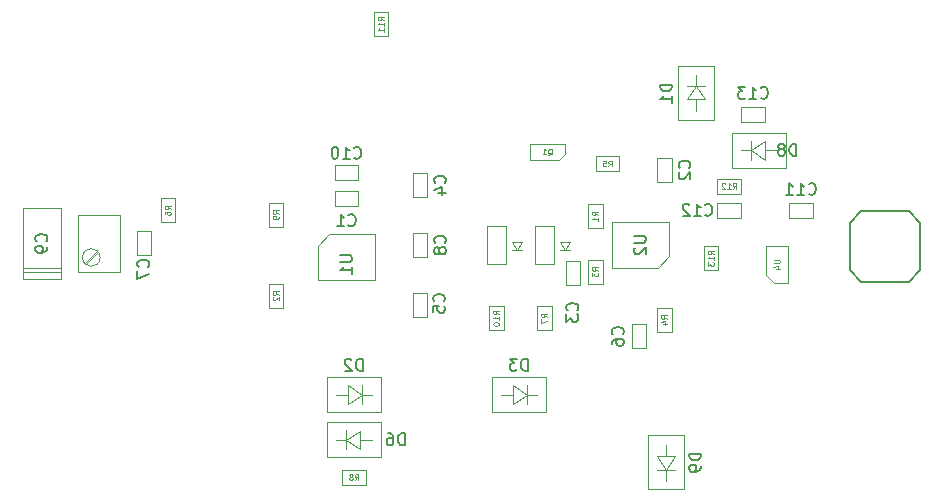
<source format=gbr>
G04 #@! TF.FileFunction,Other,Fab,Bot*
%FSLAX46Y46*%
G04 Gerber Fmt 4.6, Leading zero omitted, Abs format (unit mm)*
G04 Created by KiCad (PCBNEW 4.0.5) date 12/26/17 19:06:58*
%MOMM*%
%LPD*%
G01*
G04 APERTURE LIST*
%ADD10C,0.100000*%
%ADD11C,0.150000*%
%ADD12C,0.075000*%
G04 APERTURE END LIST*
D10*
X146035000Y-88408000D02*
X144795000Y-88408000D01*
X146035000Y-90408000D02*
X146035000Y-88408000D01*
X144795000Y-90408000D02*
X146035000Y-90408000D01*
X144795000Y-88408000D02*
X144795000Y-90408000D01*
X127366000Y-79645000D02*
X126126000Y-79645000D01*
X127366000Y-81645000D02*
X127366000Y-79645000D01*
X126126000Y-81645000D02*
X127366000Y-81645000D01*
X126126000Y-79645000D02*
X126126000Y-81645000D01*
X132350000Y-102250000D02*
X132350000Y-103490000D01*
X134350000Y-102250000D02*
X132350000Y-102250000D01*
X134350000Y-103490000D02*
X134350000Y-102250000D01*
X132350000Y-103490000D02*
X134350000Y-103490000D01*
X150099000Y-88408000D02*
X148859000Y-88408000D01*
X150099000Y-90408000D02*
X150099000Y-88408000D01*
X148859000Y-90408000D02*
X150099000Y-90408000D01*
X148859000Y-88408000D02*
X148859000Y-90408000D01*
X116982000Y-81264000D02*
X118222000Y-81264000D01*
X116982000Y-79264000D02*
X116982000Y-81264000D01*
X118222000Y-79264000D02*
X116982000Y-79264000D01*
X118222000Y-81264000D02*
X118222000Y-79264000D01*
X153813000Y-75707000D02*
X153813000Y-76947000D01*
X155813000Y-75707000D02*
X153813000Y-75707000D01*
X155813000Y-76947000D02*
X155813000Y-75707000D01*
X153813000Y-76947000D02*
X155813000Y-76947000D01*
X160259000Y-88535000D02*
X159019000Y-88535000D01*
X160259000Y-90535000D02*
X160259000Y-88535000D01*
X159019000Y-90535000D02*
X160259000Y-90535000D01*
X159019000Y-88535000D02*
X159019000Y-90535000D01*
X153177000Y-86471000D02*
X154417000Y-86471000D01*
X153177000Y-84471000D02*
X153177000Y-86471000D01*
X154417000Y-84471000D02*
X153177000Y-84471000D01*
X154417000Y-86471000D02*
X154417000Y-84471000D01*
X127366000Y-86503000D02*
X126126000Y-86503000D01*
X127366000Y-88503000D02*
X127366000Y-86503000D01*
X126126000Y-88503000D02*
X127366000Y-88503000D01*
X126126000Y-86503000D02*
X126126000Y-88503000D01*
X153177000Y-81772000D02*
X154417000Y-81772000D01*
X153177000Y-79772000D02*
X153177000Y-81772000D01*
X154417000Y-79772000D02*
X153177000Y-79772000D01*
X154417000Y-81772000D02*
X154417000Y-79772000D01*
X131715000Y-76469000D02*
X131715000Y-77709000D01*
X133715000Y-76469000D02*
X131715000Y-76469000D01*
X133715000Y-77709000D02*
X133715000Y-76469000D01*
X131715000Y-77709000D02*
X133715000Y-77709000D01*
X138318000Y-84185000D02*
X139558000Y-84185000D01*
X138318000Y-82185000D02*
X138318000Y-84185000D01*
X139558000Y-82185000D02*
X138318000Y-82185000D01*
X139558000Y-84185000D02*
X139558000Y-82185000D01*
X108534000Y-86058000D02*
X105334000Y-86058000D01*
X105334000Y-86058000D02*
X105334000Y-80058000D01*
X105334000Y-80058000D02*
X108534000Y-80058000D01*
X108534000Y-80058000D02*
X108534000Y-86058000D01*
X108534000Y-85458000D02*
X105334000Y-85458000D01*
X108534000Y-85158000D02*
X105334000Y-85158000D01*
X114950000Y-84058000D02*
X116190000Y-84058000D01*
X114950000Y-82058000D02*
X114950000Y-84058000D01*
X116190000Y-82058000D02*
X114950000Y-82058000D01*
X116190000Y-84058000D02*
X116190000Y-82058000D01*
X158100000Y-89932000D02*
X156860000Y-89932000D01*
X158100000Y-91932000D02*
X158100000Y-89932000D01*
X156860000Y-91932000D02*
X158100000Y-91932000D01*
X156860000Y-89932000D02*
X156860000Y-91932000D01*
X139558000Y-87265000D02*
X138318000Y-87265000D01*
X139558000Y-89265000D02*
X139558000Y-87265000D01*
X138318000Y-89265000D02*
X139558000Y-89265000D01*
X138318000Y-87265000D02*
X138318000Y-89265000D01*
X138318000Y-79105000D02*
X139558000Y-79105000D01*
X138318000Y-77105000D02*
X138318000Y-79105000D01*
X139558000Y-77105000D02*
X138318000Y-77105000D01*
X139558000Y-79105000D02*
X139558000Y-77105000D01*
X151272000Y-86598000D02*
X152512000Y-86598000D01*
X151272000Y-84598000D02*
X151272000Y-86598000D01*
X152512000Y-84598000D02*
X151272000Y-84598000D01*
X152512000Y-86598000D02*
X152512000Y-84598000D01*
X159019000Y-77835000D02*
X160259000Y-77835000D01*
X159019000Y-75835000D02*
X159019000Y-77835000D01*
X160259000Y-75835000D02*
X159019000Y-75835000D01*
X160259000Y-77835000D02*
X160259000Y-75835000D01*
X131715000Y-78628000D02*
X131715000Y-79868000D01*
X133715000Y-78628000D02*
X131715000Y-78628000D01*
X133715000Y-79868000D02*
X133715000Y-78628000D01*
X131715000Y-79868000D02*
X133715000Y-79868000D01*
X160057000Y-84135000D02*
X160057000Y-81235000D01*
X160057000Y-81235000D02*
X155157000Y-81235000D01*
X155157000Y-81235000D02*
X155157000Y-85135000D01*
X155157000Y-85135000D02*
X159057000Y-85135000D01*
X159057000Y-85135000D02*
X160057000Y-84135000D01*
X150683000Y-76011000D02*
X148233000Y-76011000D01*
X151253000Y-75461000D02*
X151253000Y-74611000D01*
X150683000Y-76011000D02*
X151253000Y-75461000D01*
X151253000Y-74611000D02*
X148213000Y-74611000D01*
X148213000Y-76011000D02*
X148213000Y-74611000D01*
X145020000Y-97385000D02*
X149620000Y-97385000D01*
X149620000Y-97385000D02*
X149620000Y-94385000D01*
X145020000Y-94385000D02*
X145020000Y-97385000D01*
X145020000Y-94385000D02*
X149620000Y-94385000D01*
X147969440Y-95886020D02*
X148871140Y-95886020D01*
X146818820Y-95886020D02*
X145820600Y-95886020D01*
X147969440Y-95085920D02*
X147969440Y-96686120D01*
X146818820Y-96635320D02*
X146818820Y-95085920D01*
X147969440Y-95886020D02*
X146818820Y-96635320D01*
X147969440Y-95886020D02*
X146818820Y-95085920D01*
X130265000Y-83251000D02*
X130265000Y-86151000D01*
X130265000Y-86151000D02*
X135165000Y-86151000D01*
X135165000Y-86151000D02*
X135165000Y-82251000D01*
X135165000Y-82251000D02*
X131265000Y-82251000D01*
X131265000Y-82251000D02*
X130265000Y-83251000D01*
X113510000Y-85458000D02*
X110010000Y-85458000D01*
X110010000Y-85458000D02*
X110010000Y-80658000D01*
X110010000Y-80658000D02*
X113510000Y-80658000D01*
X113510000Y-80658000D02*
X113510000Y-85458000D01*
X111590000Y-83688000D02*
X110540000Y-84738000D01*
X111680000Y-83778000D02*
X110630000Y-84828000D01*
X111860000Y-84258000D02*
G75*
G03X111860000Y-84258000I-750000J0D01*
G01*
X135650000Y-98195000D02*
X131050000Y-98195000D01*
X131050000Y-98195000D02*
X131050000Y-101195000D01*
X135650000Y-101195000D02*
X135650000Y-98195000D01*
X135650000Y-101195000D02*
X131050000Y-101195000D01*
X132700560Y-99693980D02*
X131798860Y-99693980D01*
X133851180Y-99693980D02*
X134849400Y-99693980D01*
X132700560Y-100494080D02*
X132700560Y-98893880D01*
X133851180Y-98944680D02*
X133851180Y-100494080D01*
X132700560Y-99693980D02*
X133851180Y-98944680D01*
X132700560Y-99693980D02*
X133851180Y-100494080D01*
X131050000Y-97385000D02*
X135650000Y-97385000D01*
X135650000Y-97385000D02*
X135650000Y-94385000D01*
X131050000Y-94385000D02*
X131050000Y-97385000D01*
X131050000Y-94385000D02*
X135650000Y-94385000D01*
X133999440Y-95886020D02*
X134901140Y-95886020D01*
X132848820Y-95886020D02*
X131850600Y-95886020D01*
X133999440Y-95085920D02*
X133999440Y-96686120D01*
X132848820Y-96635320D02*
X132848820Y-95085920D01*
X133999440Y-95886020D02*
X132848820Y-96635320D01*
X133999440Y-95886020D02*
X132848820Y-95085920D01*
X163806000Y-72658000D02*
X163806000Y-68058000D01*
X163806000Y-68058000D02*
X160806000Y-68058000D01*
X160806000Y-72658000D02*
X163806000Y-72658000D01*
X160806000Y-72658000D02*
X160806000Y-68058000D01*
X162307020Y-69708560D02*
X162307020Y-68806860D01*
X162307020Y-70859180D02*
X162307020Y-71857400D01*
X161506920Y-69708560D02*
X163107120Y-69708560D01*
X163056320Y-70859180D02*
X161506920Y-70859180D01*
X162307020Y-69708560D02*
X163056320Y-70859180D01*
X162307020Y-69708560D02*
X161506920Y-70859180D01*
X147165000Y-83585000D02*
X147565000Y-82985000D01*
X147565000Y-82985000D02*
X146765000Y-82985000D01*
X146765000Y-82985000D02*
X147165000Y-83585000D01*
X147565000Y-83635000D02*
X146765000Y-83635000D01*
X144615000Y-84785000D02*
X146215000Y-84785000D01*
X144615000Y-81585000D02*
X144615000Y-84785000D01*
X146215000Y-81585000D02*
X144615000Y-81585000D01*
X146215000Y-84785000D02*
X146215000Y-81585000D01*
X151229000Y-83585000D02*
X151629000Y-82985000D01*
X151629000Y-82985000D02*
X150829000Y-82985000D01*
X150829000Y-82985000D02*
X151229000Y-83585000D01*
X151629000Y-83635000D02*
X150829000Y-83635000D01*
X148679000Y-84785000D02*
X150279000Y-84785000D01*
X148679000Y-81585000D02*
X148679000Y-84785000D01*
X150279000Y-81585000D02*
X148679000Y-81585000D01*
X150279000Y-84785000D02*
X150279000Y-81585000D01*
X172196000Y-80884000D02*
X172196000Y-79644000D01*
X170196000Y-80884000D02*
X172196000Y-80884000D01*
X170196000Y-79644000D02*
X170196000Y-80884000D01*
X172196000Y-79644000D02*
X170196000Y-79644000D01*
X166100000Y-80884000D02*
X166100000Y-79644000D01*
X164100000Y-80884000D02*
X166100000Y-80884000D01*
X164100000Y-79644000D02*
X164100000Y-80884000D01*
X166100000Y-79644000D02*
X164100000Y-79644000D01*
X166132000Y-71516000D02*
X166132000Y-72756000D01*
X168132000Y-71516000D02*
X166132000Y-71516000D01*
X168132000Y-72756000D02*
X168132000Y-71516000D01*
X166132000Y-72756000D02*
X168132000Y-72756000D01*
X169940000Y-73684000D02*
X165340000Y-73684000D01*
X165340000Y-73684000D02*
X165340000Y-76684000D01*
X169940000Y-76684000D02*
X169940000Y-73684000D01*
X169940000Y-76684000D02*
X165340000Y-76684000D01*
X166990560Y-75182980D02*
X166088860Y-75182980D01*
X168141180Y-75182980D02*
X169139400Y-75182980D01*
X166990560Y-75983080D02*
X166990560Y-74382880D01*
X168141180Y-74433680D02*
X168141180Y-75983080D01*
X166990560Y-75182980D02*
X168141180Y-74433680D01*
X166990560Y-75182980D02*
X168141180Y-75983080D01*
D11*
X181308000Y-83312000D02*
X181308000Y-81312000D01*
X181308000Y-81312000D02*
X180308000Y-80312000D01*
X180308000Y-80312000D02*
X178308000Y-80312000D01*
X175308000Y-83312000D02*
X175308000Y-81312000D01*
X175308000Y-81312000D02*
X176308000Y-80312000D01*
X176308000Y-80312000D02*
X178308000Y-80312000D01*
X175308000Y-83312000D02*
X175308000Y-85312000D01*
X175308000Y-85312000D02*
X176308000Y-86312000D01*
X176308000Y-86312000D02*
X178308000Y-86312000D01*
X181308000Y-83312000D02*
X181308000Y-85312000D01*
X181308000Y-85312000D02*
X180308000Y-86312000D01*
X180308000Y-86312000D02*
X178308000Y-86312000D01*
D10*
X135016000Y-65516000D02*
X136256000Y-65516000D01*
X135016000Y-63516000D02*
X135016000Y-65516000D01*
X136256000Y-63516000D02*
X135016000Y-63516000D01*
X136256000Y-65516000D02*
X136256000Y-63516000D01*
X166100000Y-78852000D02*
X166100000Y-77612000D01*
X164100000Y-78852000D02*
X166100000Y-78852000D01*
X164100000Y-77612000D02*
X164100000Y-78852000D01*
X166100000Y-77612000D02*
X164100000Y-77612000D01*
X164196000Y-83328000D02*
X162956000Y-83328000D01*
X164196000Y-85328000D02*
X164196000Y-83328000D01*
X162956000Y-85328000D02*
X164196000Y-85328000D01*
X162956000Y-83328000D02*
X162956000Y-85328000D01*
X168264000Y-85736000D02*
X168914000Y-86386000D01*
X170064000Y-86386000D02*
X168914000Y-86386000D01*
X168264000Y-85736000D02*
X168264000Y-83286000D01*
X170064000Y-83286000D02*
X168264000Y-83286000D01*
X170064000Y-86386000D02*
X170064000Y-83286000D01*
X158266000Y-99300000D02*
X158266000Y-103900000D01*
X158266000Y-103900000D02*
X161266000Y-103900000D01*
X161266000Y-99300000D02*
X158266000Y-99300000D01*
X161266000Y-99300000D02*
X161266000Y-103900000D01*
X159764980Y-102249440D02*
X159764980Y-103151140D01*
X159764980Y-101098820D02*
X159764980Y-100100600D01*
X160565080Y-102249440D02*
X158964880Y-102249440D01*
X159015680Y-101098820D02*
X160565080Y-101098820D01*
X159764980Y-102249440D02*
X159015680Y-101098820D01*
X159764980Y-102249440D02*
X160565080Y-101098820D01*
D12*
X145641190Y-89086572D02*
X145403095Y-88919905D01*
X145641190Y-88800858D02*
X145141190Y-88800858D01*
X145141190Y-88991334D01*
X145165000Y-89038953D01*
X145188810Y-89062762D01*
X145236429Y-89086572D01*
X145307857Y-89086572D01*
X145355476Y-89062762D01*
X145379286Y-89038953D01*
X145403095Y-88991334D01*
X145403095Y-88800858D01*
X145641190Y-89562762D02*
X145641190Y-89277048D01*
X145641190Y-89419905D02*
X145141190Y-89419905D01*
X145212619Y-89372286D01*
X145260238Y-89324667D01*
X145284048Y-89277048D01*
X145141190Y-89872286D02*
X145141190Y-89919905D01*
X145165000Y-89967524D01*
X145188810Y-89991333D01*
X145236429Y-90015143D01*
X145331667Y-90038952D01*
X145450714Y-90038952D01*
X145545952Y-90015143D01*
X145593571Y-89991333D01*
X145617381Y-89967524D01*
X145641190Y-89919905D01*
X145641190Y-89872286D01*
X145617381Y-89824667D01*
X145593571Y-89800857D01*
X145545952Y-89777048D01*
X145450714Y-89753238D01*
X145331667Y-89753238D01*
X145236429Y-89777048D01*
X145188810Y-89800857D01*
X145165000Y-89824667D01*
X145141190Y-89872286D01*
X126972190Y-80561667D02*
X126734095Y-80395000D01*
X126972190Y-80275953D02*
X126472190Y-80275953D01*
X126472190Y-80466429D01*
X126496000Y-80514048D01*
X126519810Y-80537857D01*
X126567429Y-80561667D01*
X126638857Y-80561667D01*
X126686476Y-80537857D01*
X126710286Y-80514048D01*
X126734095Y-80466429D01*
X126734095Y-80275953D01*
X126972190Y-80799762D02*
X126972190Y-80895000D01*
X126948381Y-80942619D01*
X126924571Y-80966429D01*
X126853143Y-81014048D01*
X126757905Y-81037857D01*
X126567429Y-81037857D01*
X126519810Y-81014048D01*
X126496000Y-80990238D01*
X126472190Y-80942619D01*
X126472190Y-80847381D01*
X126496000Y-80799762D01*
X126519810Y-80775953D01*
X126567429Y-80752143D01*
X126686476Y-80752143D01*
X126734095Y-80775953D01*
X126757905Y-80799762D01*
X126781714Y-80847381D01*
X126781714Y-80942619D01*
X126757905Y-80990238D01*
X126734095Y-81014048D01*
X126686476Y-81037857D01*
X133433333Y-103096190D02*
X133600000Y-102858095D01*
X133719047Y-103096190D02*
X133719047Y-102596190D01*
X133528571Y-102596190D01*
X133480952Y-102620000D01*
X133457143Y-102643810D01*
X133433333Y-102691429D01*
X133433333Y-102762857D01*
X133457143Y-102810476D01*
X133480952Y-102834286D01*
X133528571Y-102858095D01*
X133719047Y-102858095D01*
X133147619Y-102810476D02*
X133195238Y-102786667D01*
X133219047Y-102762857D01*
X133242857Y-102715238D01*
X133242857Y-102691429D01*
X133219047Y-102643810D01*
X133195238Y-102620000D01*
X133147619Y-102596190D01*
X133052381Y-102596190D01*
X133004762Y-102620000D01*
X132980952Y-102643810D01*
X132957143Y-102691429D01*
X132957143Y-102715238D01*
X132980952Y-102762857D01*
X133004762Y-102786667D01*
X133052381Y-102810476D01*
X133147619Y-102810476D01*
X133195238Y-102834286D01*
X133219047Y-102858095D01*
X133242857Y-102905714D01*
X133242857Y-103000952D01*
X133219047Y-103048571D01*
X133195238Y-103072381D01*
X133147619Y-103096190D01*
X133052381Y-103096190D01*
X133004762Y-103072381D01*
X132980952Y-103048571D01*
X132957143Y-103000952D01*
X132957143Y-102905714D01*
X132980952Y-102858095D01*
X133004762Y-102834286D01*
X133052381Y-102810476D01*
X149705190Y-89324667D02*
X149467095Y-89158000D01*
X149705190Y-89038953D02*
X149205190Y-89038953D01*
X149205190Y-89229429D01*
X149229000Y-89277048D01*
X149252810Y-89300857D01*
X149300429Y-89324667D01*
X149371857Y-89324667D01*
X149419476Y-89300857D01*
X149443286Y-89277048D01*
X149467095Y-89229429D01*
X149467095Y-89038953D01*
X149205190Y-89491334D02*
X149205190Y-89824667D01*
X149705190Y-89610381D01*
X117828190Y-80180667D02*
X117590095Y-80014000D01*
X117828190Y-79894953D02*
X117328190Y-79894953D01*
X117328190Y-80085429D01*
X117352000Y-80133048D01*
X117375810Y-80156857D01*
X117423429Y-80180667D01*
X117494857Y-80180667D01*
X117542476Y-80156857D01*
X117566286Y-80133048D01*
X117590095Y-80085429D01*
X117590095Y-79894953D01*
X117328190Y-80609238D02*
X117328190Y-80514000D01*
X117352000Y-80466381D01*
X117375810Y-80442572D01*
X117447238Y-80394953D01*
X117542476Y-80371143D01*
X117732952Y-80371143D01*
X117780571Y-80394953D01*
X117804381Y-80418762D01*
X117828190Y-80466381D01*
X117828190Y-80561619D01*
X117804381Y-80609238D01*
X117780571Y-80633048D01*
X117732952Y-80656857D01*
X117613905Y-80656857D01*
X117566286Y-80633048D01*
X117542476Y-80609238D01*
X117518667Y-80561619D01*
X117518667Y-80466381D01*
X117542476Y-80418762D01*
X117566286Y-80394953D01*
X117613905Y-80371143D01*
X154896333Y-76553190D02*
X155063000Y-76315095D01*
X155182047Y-76553190D02*
X155182047Y-76053190D01*
X154991571Y-76053190D01*
X154943952Y-76077000D01*
X154920143Y-76100810D01*
X154896333Y-76148429D01*
X154896333Y-76219857D01*
X154920143Y-76267476D01*
X154943952Y-76291286D01*
X154991571Y-76315095D01*
X155182047Y-76315095D01*
X154443952Y-76053190D02*
X154682047Y-76053190D01*
X154705857Y-76291286D01*
X154682047Y-76267476D01*
X154634428Y-76243667D01*
X154515381Y-76243667D01*
X154467762Y-76267476D01*
X154443952Y-76291286D01*
X154420143Y-76338905D01*
X154420143Y-76457952D01*
X154443952Y-76505571D01*
X154467762Y-76529381D01*
X154515381Y-76553190D01*
X154634428Y-76553190D01*
X154682047Y-76529381D01*
X154705857Y-76505571D01*
X159865190Y-89451667D02*
X159627095Y-89285000D01*
X159865190Y-89165953D02*
X159365190Y-89165953D01*
X159365190Y-89356429D01*
X159389000Y-89404048D01*
X159412810Y-89427857D01*
X159460429Y-89451667D01*
X159531857Y-89451667D01*
X159579476Y-89427857D01*
X159603286Y-89404048D01*
X159627095Y-89356429D01*
X159627095Y-89165953D01*
X159531857Y-89880238D02*
X159865190Y-89880238D01*
X159341381Y-89761191D02*
X159698524Y-89642143D01*
X159698524Y-89951667D01*
X154023190Y-85387667D02*
X153785095Y-85221000D01*
X154023190Y-85101953D02*
X153523190Y-85101953D01*
X153523190Y-85292429D01*
X153547000Y-85340048D01*
X153570810Y-85363857D01*
X153618429Y-85387667D01*
X153689857Y-85387667D01*
X153737476Y-85363857D01*
X153761286Y-85340048D01*
X153785095Y-85292429D01*
X153785095Y-85101953D01*
X153523190Y-85554334D02*
X153523190Y-85863857D01*
X153713667Y-85697191D01*
X153713667Y-85768619D01*
X153737476Y-85816238D01*
X153761286Y-85840048D01*
X153808905Y-85863857D01*
X153927952Y-85863857D01*
X153975571Y-85840048D01*
X153999381Y-85816238D01*
X154023190Y-85768619D01*
X154023190Y-85625762D01*
X153999381Y-85578143D01*
X153975571Y-85554334D01*
X126972190Y-87419667D02*
X126734095Y-87253000D01*
X126972190Y-87133953D02*
X126472190Y-87133953D01*
X126472190Y-87324429D01*
X126496000Y-87372048D01*
X126519810Y-87395857D01*
X126567429Y-87419667D01*
X126638857Y-87419667D01*
X126686476Y-87395857D01*
X126710286Y-87372048D01*
X126734095Y-87324429D01*
X126734095Y-87133953D01*
X126519810Y-87610143D02*
X126496000Y-87633953D01*
X126472190Y-87681572D01*
X126472190Y-87800619D01*
X126496000Y-87848238D01*
X126519810Y-87872048D01*
X126567429Y-87895857D01*
X126615048Y-87895857D01*
X126686476Y-87872048D01*
X126972190Y-87586334D01*
X126972190Y-87895857D01*
X154023190Y-80688667D02*
X153785095Y-80522000D01*
X154023190Y-80402953D02*
X153523190Y-80402953D01*
X153523190Y-80593429D01*
X153547000Y-80641048D01*
X153570810Y-80664857D01*
X153618429Y-80688667D01*
X153689857Y-80688667D01*
X153737476Y-80664857D01*
X153761286Y-80641048D01*
X153785095Y-80593429D01*
X153785095Y-80402953D01*
X154023190Y-81164857D02*
X154023190Y-80879143D01*
X154023190Y-81022000D02*
X153523190Y-81022000D01*
X153594619Y-80974381D01*
X153642238Y-80926762D01*
X153666048Y-80879143D01*
D11*
X133357857Y-75795143D02*
X133405476Y-75842762D01*
X133548333Y-75890381D01*
X133643571Y-75890381D01*
X133786429Y-75842762D01*
X133881667Y-75747524D01*
X133929286Y-75652286D01*
X133976905Y-75461810D01*
X133976905Y-75318952D01*
X133929286Y-75128476D01*
X133881667Y-75033238D01*
X133786429Y-74938000D01*
X133643571Y-74890381D01*
X133548333Y-74890381D01*
X133405476Y-74938000D01*
X133357857Y-74985619D01*
X132405476Y-75890381D02*
X132976905Y-75890381D01*
X132691191Y-75890381D02*
X132691191Y-74890381D01*
X132786429Y-75033238D01*
X132881667Y-75128476D01*
X132976905Y-75176095D01*
X131786429Y-74890381D02*
X131691190Y-74890381D01*
X131595952Y-74938000D01*
X131548333Y-74985619D01*
X131500714Y-75080857D01*
X131453095Y-75271333D01*
X131453095Y-75509429D01*
X131500714Y-75699905D01*
X131548333Y-75795143D01*
X131595952Y-75842762D01*
X131691190Y-75890381D01*
X131786429Y-75890381D01*
X131881667Y-75842762D01*
X131929286Y-75795143D01*
X131976905Y-75699905D01*
X132024524Y-75509429D01*
X132024524Y-75271333D01*
X131976905Y-75080857D01*
X131929286Y-74985619D01*
X131881667Y-74938000D01*
X131786429Y-74890381D01*
X141045143Y-83018334D02*
X141092762Y-82970715D01*
X141140381Y-82827858D01*
X141140381Y-82732620D01*
X141092762Y-82589762D01*
X140997524Y-82494524D01*
X140902286Y-82446905D01*
X140711810Y-82399286D01*
X140568952Y-82399286D01*
X140378476Y-82446905D01*
X140283238Y-82494524D01*
X140188000Y-82589762D01*
X140140381Y-82732620D01*
X140140381Y-82827858D01*
X140188000Y-82970715D01*
X140235619Y-83018334D01*
X140568952Y-83589762D02*
X140521333Y-83494524D01*
X140473714Y-83446905D01*
X140378476Y-83399286D01*
X140330857Y-83399286D01*
X140235619Y-83446905D01*
X140188000Y-83494524D01*
X140140381Y-83589762D01*
X140140381Y-83780239D01*
X140188000Y-83875477D01*
X140235619Y-83923096D01*
X140330857Y-83970715D01*
X140378476Y-83970715D01*
X140473714Y-83923096D01*
X140521333Y-83875477D01*
X140568952Y-83780239D01*
X140568952Y-83589762D01*
X140616571Y-83494524D01*
X140664190Y-83446905D01*
X140759429Y-83399286D01*
X140949905Y-83399286D01*
X141045143Y-83446905D01*
X141092762Y-83494524D01*
X141140381Y-83589762D01*
X141140381Y-83780239D01*
X141092762Y-83875477D01*
X141045143Y-83923096D01*
X140949905Y-83970715D01*
X140759429Y-83970715D01*
X140664190Y-83923096D01*
X140616571Y-83875477D01*
X140568952Y-83780239D01*
X107291143Y-82891334D02*
X107338762Y-82843715D01*
X107386381Y-82700858D01*
X107386381Y-82605620D01*
X107338762Y-82462762D01*
X107243524Y-82367524D01*
X107148286Y-82319905D01*
X106957810Y-82272286D01*
X106814952Y-82272286D01*
X106624476Y-82319905D01*
X106529238Y-82367524D01*
X106434000Y-82462762D01*
X106386381Y-82605620D01*
X106386381Y-82700858D01*
X106434000Y-82843715D01*
X106481619Y-82891334D01*
X107386381Y-83367524D02*
X107386381Y-83558000D01*
X107338762Y-83653239D01*
X107291143Y-83700858D01*
X107148286Y-83796096D01*
X106957810Y-83843715D01*
X106576857Y-83843715D01*
X106481619Y-83796096D01*
X106434000Y-83748477D01*
X106386381Y-83653239D01*
X106386381Y-83462762D01*
X106434000Y-83367524D01*
X106481619Y-83319905D01*
X106576857Y-83272286D01*
X106814952Y-83272286D01*
X106910190Y-83319905D01*
X106957810Y-83367524D01*
X107005429Y-83462762D01*
X107005429Y-83653239D01*
X106957810Y-83748477D01*
X106910190Y-83796096D01*
X106814952Y-83843715D01*
X115927143Y-85050334D02*
X115974762Y-85002715D01*
X116022381Y-84859858D01*
X116022381Y-84764620D01*
X115974762Y-84621762D01*
X115879524Y-84526524D01*
X115784286Y-84478905D01*
X115593810Y-84431286D01*
X115450952Y-84431286D01*
X115260476Y-84478905D01*
X115165238Y-84526524D01*
X115070000Y-84621762D01*
X115022381Y-84764620D01*
X115022381Y-84859858D01*
X115070000Y-85002715D01*
X115117619Y-85050334D01*
X115022381Y-85383667D02*
X115022381Y-86050334D01*
X116022381Y-85621762D01*
X156087143Y-90765334D02*
X156134762Y-90717715D01*
X156182381Y-90574858D01*
X156182381Y-90479620D01*
X156134762Y-90336762D01*
X156039524Y-90241524D01*
X155944286Y-90193905D01*
X155753810Y-90146286D01*
X155610952Y-90146286D01*
X155420476Y-90193905D01*
X155325238Y-90241524D01*
X155230000Y-90336762D01*
X155182381Y-90479620D01*
X155182381Y-90574858D01*
X155230000Y-90717715D01*
X155277619Y-90765334D01*
X155182381Y-91622477D02*
X155182381Y-91432000D01*
X155230000Y-91336762D01*
X155277619Y-91289143D01*
X155420476Y-91193905D01*
X155610952Y-91146286D01*
X155991905Y-91146286D01*
X156087143Y-91193905D01*
X156134762Y-91241524D01*
X156182381Y-91336762D01*
X156182381Y-91527239D01*
X156134762Y-91622477D01*
X156087143Y-91670096D01*
X155991905Y-91717715D01*
X155753810Y-91717715D01*
X155658571Y-91670096D01*
X155610952Y-91622477D01*
X155563333Y-91527239D01*
X155563333Y-91336762D01*
X155610952Y-91241524D01*
X155658571Y-91193905D01*
X155753810Y-91146286D01*
X140946143Y-87971334D02*
X140993762Y-87923715D01*
X141041381Y-87780858D01*
X141041381Y-87685620D01*
X140993762Y-87542762D01*
X140898524Y-87447524D01*
X140803286Y-87399905D01*
X140612810Y-87352286D01*
X140469952Y-87352286D01*
X140279476Y-87399905D01*
X140184238Y-87447524D01*
X140089000Y-87542762D01*
X140041381Y-87685620D01*
X140041381Y-87780858D01*
X140089000Y-87923715D01*
X140136619Y-87971334D01*
X140041381Y-88876096D02*
X140041381Y-88399905D01*
X140517571Y-88352286D01*
X140469952Y-88399905D01*
X140422333Y-88495143D01*
X140422333Y-88733239D01*
X140469952Y-88828477D01*
X140517571Y-88876096D01*
X140612810Y-88923715D01*
X140850905Y-88923715D01*
X140946143Y-88876096D01*
X140993762Y-88828477D01*
X141041381Y-88733239D01*
X141041381Y-88495143D01*
X140993762Y-88399905D01*
X140946143Y-88352286D01*
X141045143Y-77938334D02*
X141092762Y-77890715D01*
X141140381Y-77747858D01*
X141140381Y-77652620D01*
X141092762Y-77509762D01*
X140997524Y-77414524D01*
X140902286Y-77366905D01*
X140711810Y-77319286D01*
X140568952Y-77319286D01*
X140378476Y-77366905D01*
X140283238Y-77414524D01*
X140188000Y-77509762D01*
X140140381Y-77652620D01*
X140140381Y-77747858D01*
X140188000Y-77890715D01*
X140235619Y-77938334D01*
X140473714Y-78795477D02*
X141140381Y-78795477D01*
X140092762Y-78557381D02*
X140807048Y-78319286D01*
X140807048Y-78938334D01*
X152249143Y-88733334D02*
X152296762Y-88685715D01*
X152344381Y-88542858D01*
X152344381Y-88447620D01*
X152296762Y-88304762D01*
X152201524Y-88209524D01*
X152106286Y-88161905D01*
X151915810Y-88114286D01*
X151772952Y-88114286D01*
X151582476Y-88161905D01*
X151487238Y-88209524D01*
X151392000Y-88304762D01*
X151344381Y-88447620D01*
X151344381Y-88542858D01*
X151392000Y-88685715D01*
X151439619Y-88733334D01*
X151344381Y-89066667D02*
X151344381Y-89685715D01*
X151725333Y-89352381D01*
X151725333Y-89495239D01*
X151772952Y-89590477D01*
X151820571Y-89638096D01*
X151915810Y-89685715D01*
X152153905Y-89685715D01*
X152249143Y-89638096D01*
X152296762Y-89590477D01*
X152344381Y-89495239D01*
X152344381Y-89209524D01*
X152296762Y-89114286D01*
X152249143Y-89066667D01*
X161746143Y-76668334D02*
X161793762Y-76620715D01*
X161841381Y-76477858D01*
X161841381Y-76382620D01*
X161793762Y-76239762D01*
X161698524Y-76144524D01*
X161603286Y-76096905D01*
X161412810Y-76049286D01*
X161269952Y-76049286D01*
X161079476Y-76096905D01*
X160984238Y-76144524D01*
X160889000Y-76239762D01*
X160841381Y-76382620D01*
X160841381Y-76477858D01*
X160889000Y-76620715D01*
X160936619Y-76668334D01*
X160936619Y-77049286D02*
X160889000Y-77096905D01*
X160841381Y-77192143D01*
X160841381Y-77430239D01*
X160889000Y-77525477D01*
X160936619Y-77573096D01*
X161031857Y-77620715D01*
X161127095Y-77620715D01*
X161269952Y-77573096D01*
X161841381Y-77001667D01*
X161841381Y-77620715D01*
X132881666Y-81510143D02*
X132929285Y-81557762D01*
X133072142Y-81605381D01*
X133167380Y-81605381D01*
X133310238Y-81557762D01*
X133405476Y-81462524D01*
X133453095Y-81367286D01*
X133500714Y-81176810D01*
X133500714Y-81033952D01*
X133453095Y-80843476D01*
X133405476Y-80748238D01*
X133310238Y-80653000D01*
X133167380Y-80605381D01*
X133072142Y-80605381D01*
X132929285Y-80653000D01*
X132881666Y-80700619D01*
X131929285Y-81605381D02*
X132500714Y-81605381D01*
X132215000Y-81605381D02*
X132215000Y-80605381D01*
X132310238Y-80748238D01*
X132405476Y-80843476D01*
X132500714Y-80891095D01*
X157059381Y-82423095D02*
X157868905Y-82423095D01*
X157964143Y-82470714D01*
X158011762Y-82518333D01*
X158059381Y-82613571D01*
X158059381Y-82804048D01*
X158011762Y-82899286D01*
X157964143Y-82946905D01*
X157868905Y-82994524D01*
X157059381Y-82994524D01*
X157154619Y-83423095D02*
X157107000Y-83470714D01*
X157059381Y-83565952D01*
X157059381Y-83804048D01*
X157107000Y-83899286D01*
X157154619Y-83946905D01*
X157249857Y-83994524D01*
X157345095Y-83994524D01*
X157487952Y-83946905D01*
X158059381Y-83375476D01*
X158059381Y-83994524D01*
D12*
X149780619Y-75584810D02*
X149828238Y-75561000D01*
X149875857Y-75513381D01*
X149947286Y-75441952D01*
X149994905Y-75418143D01*
X150042524Y-75418143D01*
X150018714Y-75537190D02*
X150066333Y-75513381D01*
X150113952Y-75465762D01*
X150137762Y-75370524D01*
X150137762Y-75203857D01*
X150113952Y-75108619D01*
X150066333Y-75061000D01*
X150018714Y-75037190D01*
X149923476Y-75037190D01*
X149875857Y-75061000D01*
X149828238Y-75108619D01*
X149804429Y-75203857D01*
X149804429Y-75370524D01*
X149828238Y-75465762D01*
X149875857Y-75513381D01*
X149923476Y-75537190D01*
X150018714Y-75537190D01*
X149328238Y-75537190D02*
X149613952Y-75537190D01*
X149471095Y-75537190D02*
X149471095Y-75037190D01*
X149518714Y-75108619D01*
X149566333Y-75156238D01*
X149613952Y-75180048D01*
D11*
X148058095Y-93837381D02*
X148058095Y-92837381D01*
X147820000Y-92837381D01*
X147677142Y-92885000D01*
X147581904Y-92980238D01*
X147534285Y-93075476D01*
X147486666Y-93265952D01*
X147486666Y-93408810D01*
X147534285Y-93599286D01*
X147581904Y-93694524D01*
X147677142Y-93789762D01*
X147820000Y-93837381D01*
X148058095Y-93837381D01*
X147153333Y-92837381D02*
X146534285Y-92837381D01*
X146867619Y-93218333D01*
X146724761Y-93218333D01*
X146629523Y-93265952D01*
X146581904Y-93313571D01*
X146534285Y-93408810D01*
X146534285Y-93646905D01*
X146581904Y-93742143D01*
X146629523Y-93789762D01*
X146724761Y-93837381D01*
X147010476Y-93837381D01*
X147105714Y-93789762D01*
X147153333Y-93742143D01*
X132167381Y-84074095D02*
X132976905Y-84074095D01*
X133072143Y-84121714D01*
X133119762Y-84169333D01*
X133167381Y-84264571D01*
X133167381Y-84455048D01*
X133119762Y-84550286D01*
X133072143Y-84597905D01*
X132976905Y-84645524D01*
X132167381Y-84645524D01*
X133167381Y-85645524D02*
X133167381Y-85074095D01*
X133167381Y-85359809D02*
X132167381Y-85359809D01*
X132310238Y-85264571D01*
X132405476Y-85169333D01*
X132453095Y-85074095D01*
X137644095Y-100147381D02*
X137644095Y-99147381D01*
X137406000Y-99147381D01*
X137263142Y-99195000D01*
X137167904Y-99290238D01*
X137120285Y-99385476D01*
X137072666Y-99575952D01*
X137072666Y-99718810D01*
X137120285Y-99909286D01*
X137167904Y-100004524D01*
X137263142Y-100099762D01*
X137406000Y-100147381D01*
X137644095Y-100147381D01*
X136215523Y-99147381D02*
X136406000Y-99147381D01*
X136501238Y-99195000D01*
X136548857Y-99242619D01*
X136644095Y-99385476D01*
X136691714Y-99575952D01*
X136691714Y-99956905D01*
X136644095Y-100052143D01*
X136596476Y-100099762D01*
X136501238Y-100147381D01*
X136310761Y-100147381D01*
X136215523Y-100099762D01*
X136167904Y-100052143D01*
X136120285Y-99956905D01*
X136120285Y-99718810D01*
X136167904Y-99623571D01*
X136215523Y-99575952D01*
X136310761Y-99528333D01*
X136501238Y-99528333D01*
X136596476Y-99575952D01*
X136644095Y-99623571D01*
X136691714Y-99718810D01*
X134088095Y-93837381D02*
X134088095Y-92837381D01*
X133850000Y-92837381D01*
X133707142Y-92885000D01*
X133611904Y-92980238D01*
X133564285Y-93075476D01*
X133516666Y-93265952D01*
X133516666Y-93408810D01*
X133564285Y-93599286D01*
X133611904Y-93694524D01*
X133707142Y-93789762D01*
X133850000Y-93837381D01*
X134088095Y-93837381D01*
X133135714Y-92932619D02*
X133088095Y-92885000D01*
X132992857Y-92837381D01*
X132754761Y-92837381D01*
X132659523Y-92885000D01*
X132611904Y-92932619D01*
X132564285Y-93027857D01*
X132564285Y-93123095D01*
X132611904Y-93265952D01*
X133183333Y-93837381D01*
X132564285Y-93837381D01*
X160258381Y-69619905D02*
X159258381Y-69619905D01*
X159258381Y-69858000D01*
X159306000Y-70000858D01*
X159401238Y-70096096D01*
X159496476Y-70143715D01*
X159686952Y-70191334D01*
X159829810Y-70191334D01*
X160020286Y-70143715D01*
X160115524Y-70096096D01*
X160210762Y-70000858D01*
X160258381Y-69858000D01*
X160258381Y-69619905D01*
X160258381Y-71143715D02*
X160258381Y-70572286D01*
X160258381Y-70858000D02*
X159258381Y-70858000D01*
X159401238Y-70762762D01*
X159496476Y-70667524D01*
X159544095Y-70572286D01*
X171838857Y-78871143D02*
X171886476Y-78918762D01*
X172029333Y-78966381D01*
X172124571Y-78966381D01*
X172267429Y-78918762D01*
X172362667Y-78823524D01*
X172410286Y-78728286D01*
X172457905Y-78537810D01*
X172457905Y-78394952D01*
X172410286Y-78204476D01*
X172362667Y-78109238D01*
X172267429Y-78014000D01*
X172124571Y-77966381D01*
X172029333Y-77966381D01*
X171886476Y-78014000D01*
X171838857Y-78061619D01*
X170886476Y-78966381D02*
X171457905Y-78966381D01*
X171172191Y-78966381D02*
X171172191Y-77966381D01*
X171267429Y-78109238D01*
X171362667Y-78204476D01*
X171457905Y-78252095D01*
X169934095Y-78966381D02*
X170505524Y-78966381D01*
X170219810Y-78966381D02*
X170219810Y-77966381D01*
X170315048Y-78109238D01*
X170410286Y-78204476D01*
X170505524Y-78252095D01*
X163075857Y-80621143D02*
X163123476Y-80668762D01*
X163266333Y-80716381D01*
X163361571Y-80716381D01*
X163504429Y-80668762D01*
X163599667Y-80573524D01*
X163647286Y-80478286D01*
X163694905Y-80287810D01*
X163694905Y-80144952D01*
X163647286Y-79954476D01*
X163599667Y-79859238D01*
X163504429Y-79764000D01*
X163361571Y-79716381D01*
X163266333Y-79716381D01*
X163123476Y-79764000D01*
X163075857Y-79811619D01*
X162123476Y-80716381D02*
X162694905Y-80716381D01*
X162409191Y-80716381D02*
X162409191Y-79716381D01*
X162504429Y-79859238D01*
X162599667Y-79954476D01*
X162694905Y-80002095D01*
X161742524Y-79811619D02*
X161694905Y-79764000D01*
X161599667Y-79716381D01*
X161361571Y-79716381D01*
X161266333Y-79764000D01*
X161218714Y-79811619D01*
X161171095Y-79906857D01*
X161171095Y-80002095D01*
X161218714Y-80144952D01*
X161790143Y-80716381D01*
X161171095Y-80716381D01*
X167774857Y-70715143D02*
X167822476Y-70762762D01*
X167965333Y-70810381D01*
X168060571Y-70810381D01*
X168203429Y-70762762D01*
X168298667Y-70667524D01*
X168346286Y-70572286D01*
X168393905Y-70381810D01*
X168393905Y-70238952D01*
X168346286Y-70048476D01*
X168298667Y-69953238D01*
X168203429Y-69858000D01*
X168060571Y-69810381D01*
X167965333Y-69810381D01*
X167822476Y-69858000D01*
X167774857Y-69905619D01*
X166822476Y-70810381D02*
X167393905Y-70810381D01*
X167108191Y-70810381D02*
X167108191Y-69810381D01*
X167203429Y-69953238D01*
X167298667Y-70048476D01*
X167393905Y-70096095D01*
X166489143Y-69810381D02*
X165870095Y-69810381D01*
X166203429Y-70191333D01*
X166060571Y-70191333D01*
X165965333Y-70238952D01*
X165917714Y-70286571D01*
X165870095Y-70381810D01*
X165870095Y-70619905D01*
X165917714Y-70715143D01*
X165965333Y-70762762D01*
X166060571Y-70810381D01*
X166346286Y-70810381D01*
X166441524Y-70762762D01*
X166489143Y-70715143D01*
X170791095Y-75636381D02*
X170791095Y-74636381D01*
X170553000Y-74636381D01*
X170410142Y-74684000D01*
X170314904Y-74779238D01*
X170267285Y-74874476D01*
X170219666Y-75064952D01*
X170219666Y-75207810D01*
X170267285Y-75398286D01*
X170314904Y-75493524D01*
X170410142Y-75588762D01*
X170553000Y-75636381D01*
X170791095Y-75636381D01*
X169648238Y-75064952D02*
X169743476Y-75017333D01*
X169791095Y-74969714D01*
X169838714Y-74874476D01*
X169838714Y-74826857D01*
X169791095Y-74731619D01*
X169743476Y-74684000D01*
X169648238Y-74636381D01*
X169457761Y-74636381D01*
X169362523Y-74684000D01*
X169314904Y-74731619D01*
X169267285Y-74826857D01*
X169267285Y-74874476D01*
X169314904Y-74969714D01*
X169362523Y-75017333D01*
X169457761Y-75064952D01*
X169648238Y-75064952D01*
X169743476Y-75112571D01*
X169791095Y-75160190D01*
X169838714Y-75255429D01*
X169838714Y-75445905D01*
X169791095Y-75541143D01*
X169743476Y-75588762D01*
X169648238Y-75636381D01*
X169457761Y-75636381D01*
X169362523Y-75588762D01*
X169314904Y-75541143D01*
X169267285Y-75445905D01*
X169267285Y-75255429D01*
X169314904Y-75160190D01*
X169362523Y-75112571D01*
X169457761Y-75064952D01*
D12*
X135862190Y-64194572D02*
X135624095Y-64027905D01*
X135862190Y-63908858D02*
X135362190Y-63908858D01*
X135362190Y-64099334D01*
X135386000Y-64146953D01*
X135409810Y-64170762D01*
X135457429Y-64194572D01*
X135528857Y-64194572D01*
X135576476Y-64170762D01*
X135600286Y-64146953D01*
X135624095Y-64099334D01*
X135624095Y-63908858D01*
X135862190Y-64670762D02*
X135862190Y-64385048D01*
X135862190Y-64527905D02*
X135362190Y-64527905D01*
X135433619Y-64480286D01*
X135481238Y-64432667D01*
X135505048Y-64385048D01*
X135862190Y-65146952D02*
X135862190Y-64861238D01*
X135862190Y-65004095D02*
X135362190Y-65004095D01*
X135433619Y-64956476D01*
X135481238Y-64908857D01*
X135505048Y-64861238D01*
X165421428Y-78458190D02*
X165588095Y-78220095D01*
X165707142Y-78458190D02*
X165707142Y-77958190D01*
X165516666Y-77958190D01*
X165469047Y-77982000D01*
X165445238Y-78005810D01*
X165421428Y-78053429D01*
X165421428Y-78124857D01*
X165445238Y-78172476D01*
X165469047Y-78196286D01*
X165516666Y-78220095D01*
X165707142Y-78220095D01*
X164945238Y-78458190D02*
X165230952Y-78458190D01*
X165088095Y-78458190D02*
X165088095Y-77958190D01*
X165135714Y-78029619D01*
X165183333Y-78077238D01*
X165230952Y-78101048D01*
X164754762Y-78005810D02*
X164730952Y-77982000D01*
X164683333Y-77958190D01*
X164564286Y-77958190D01*
X164516667Y-77982000D01*
X164492857Y-78005810D01*
X164469048Y-78053429D01*
X164469048Y-78101048D01*
X164492857Y-78172476D01*
X164778571Y-78458190D01*
X164469048Y-78458190D01*
X163802190Y-84006572D02*
X163564095Y-83839905D01*
X163802190Y-83720858D02*
X163302190Y-83720858D01*
X163302190Y-83911334D01*
X163326000Y-83958953D01*
X163349810Y-83982762D01*
X163397429Y-84006572D01*
X163468857Y-84006572D01*
X163516476Y-83982762D01*
X163540286Y-83958953D01*
X163564095Y-83911334D01*
X163564095Y-83720858D01*
X163802190Y-84482762D02*
X163802190Y-84197048D01*
X163802190Y-84339905D02*
X163302190Y-84339905D01*
X163373619Y-84292286D01*
X163421238Y-84244667D01*
X163445048Y-84197048D01*
X163302190Y-84649429D02*
X163302190Y-84958952D01*
X163492667Y-84792286D01*
X163492667Y-84863714D01*
X163516476Y-84911333D01*
X163540286Y-84935143D01*
X163587905Y-84958952D01*
X163706952Y-84958952D01*
X163754571Y-84935143D01*
X163778381Y-84911333D01*
X163802190Y-84863714D01*
X163802190Y-84720857D01*
X163778381Y-84673238D01*
X163754571Y-84649429D01*
X168890190Y-84455048D02*
X169294952Y-84455048D01*
X169342571Y-84478857D01*
X169366381Y-84502667D01*
X169390190Y-84550286D01*
X169390190Y-84645524D01*
X169366381Y-84693143D01*
X169342571Y-84716952D01*
X169294952Y-84740762D01*
X168890190Y-84740762D01*
X169056857Y-85193143D02*
X169390190Y-85193143D01*
X168866381Y-85074096D02*
X169223524Y-84955048D01*
X169223524Y-85264572D01*
D11*
X162718381Y-100861905D02*
X161718381Y-100861905D01*
X161718381Y-101100000D01*
X161766000Y-101242858D01*
X161861238Y-101338096D01*
X161956476Y-101385715D01*
X162146952Y-101433334D01*
X162289810Y-101433334D01*
X162480286Y-101385715D01*
X162575524Y-101338096D01*
X162670762Y-101242858D01*
X162718381Y-101100000D01*
X162718381Y-100861905D01*
X162718381Y-101909524D02*
X162718381Y-102100000D01*
X162670762Y-102195239D01*
X162623143Y-102242858D01*
X162480286Y-102338096D01*
X162289810Y-102385715D01*
X161908857Y-102385715D01*
X161813619Y-102338096D01*
X161766000Y-102290477D01*
X161718381Y-102195239D01*
X161718381Y-102004762D01*
X161766000Y-101909524D01*
X161813619Y-101861905D01*
X161908857Y-101814286D01*
X162146952Y-101814286D01*
X162242190Y-101861905D01*
X162289810Y-101909524D01*
X162337429Y-102004762D01*
X162337429Y-102195239D01*
X162289810Y-102290477D01*
X162242190Y-102338096D01*
X162146952Y-102385715D01*
M02*

</source>
